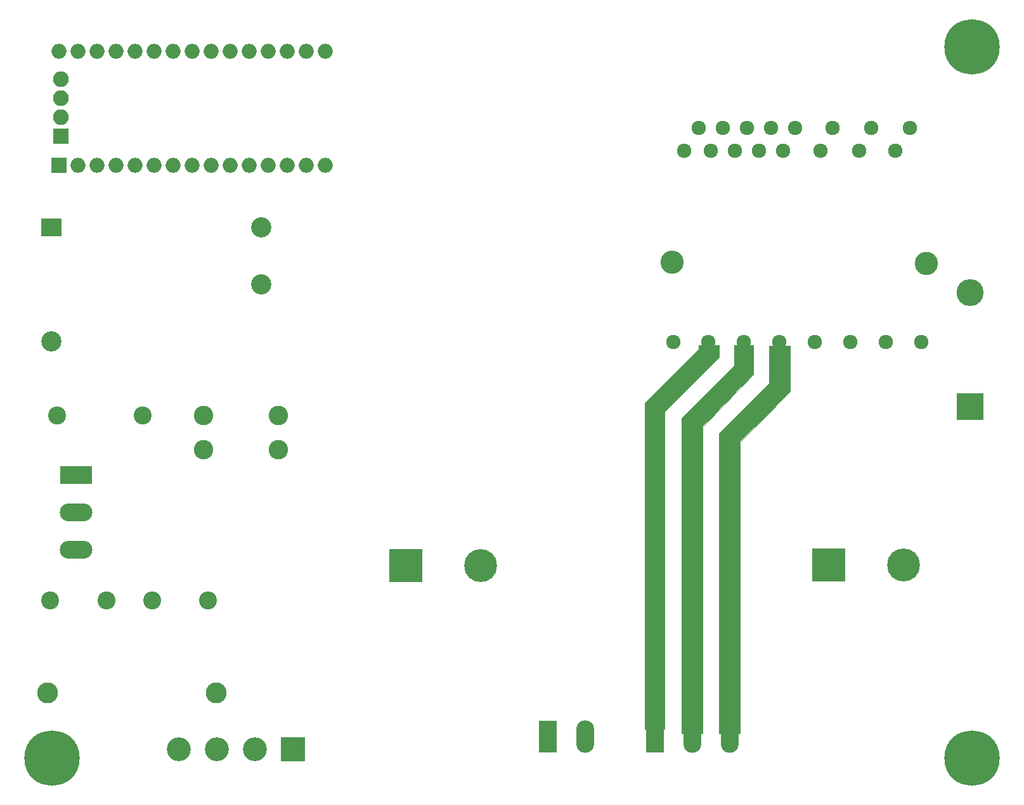
<source format=gbr>
G04 #@! TF.GenerationSoftware,KiCad,Pcbnew,(5.1.2)-2*
G04 #@! TF.CreationDate,2019-08-01T21:41:24-03:00*
G04 #@! TF.ProjectId,Frequency_Inverter,46726571-7565-46e6-9379-5f496e766572,rev?*
G04 #@! TF.SameCoordinates,Original*
G04 #@! TF.FileFunction,Soldermask,Bot*
G04 #@! TF.FilePolarity,Negative*
%FSLAX46Y46*%
G04 Gerber Fmt 4.6, Leading zero omitted, Abs format (unit mm)*
G04 Created by KiCad (PCBNEW (5.1.2)-2) date 2019-08-01 21:41:24*
%MOMM*%
%LPD*%
G04 APERTURE LIST*
%ADD10C,0.100000*%
%ADD11R,2.000000X2.000000*%
%ADD12O,2.000000X2.000000*%
%ADD13O,2.100000X2.100000*%
%ADD14R,2.100000X2.100000*%
%ADD15C,3.100000*%
%ADD16C,2.700000*%
%ADD17R,2.700000X2.400000*%
%ADD18C,2.400000*%
%ADD19C,2.800000*%
%ADD20R,4.400000X4.400000*%
%ADD21C,4.400000*%
%ADD22C,3.200000*%
%ADD23R,3.200000X3.200000*%
%ADD24O,3.600000X3.600000*%
%ADD25R,3.600000X3.600000*%
%ADD26C,2.600000*%
%ADD27O,4.360000X2.380000*%
%ADD28R,4.360000X2.380000*%
%ADD29R,2.380000X4.360000*%
%ADD30O,2.380000X4.360000*%
%ADD31C,1.924000*%
%ADD32C,1.200000*%
%ADD33C,7.400000*%
G04 APERTURE END LIST*
D10*
G36*
X178816000Y-96012000D02*
G01*
X172085000Y-102743000D01*
X172085000Y-141732000D01*
X169291000Y-141732000D01*
X169291000Y-101600000D01*
X176022000Y-94869000D01*
X176022000Y-89916000D01*
X178816000Y-89916000D01*
X178816000Y-96012000D01*
G37*
X178816000Y-96012000D02*
X172085000Y-102743000D01*
X172085000Y-141732000D01*
X169291000Y-141732000D01*
X169291000Y-101600000D01*
X176022000Y-94869000D01*
X176022000Y-89916000D01*
X178816000Y-89916000D01*
X178816000Y-96012000D01*
G36*
X173863000Y-93726000D02*
G01*
X167132000Y-100711000D01*
X167132000Y-141732000D01*
X164338000Y-141732000D01*
X164338000Y-99568000D01*
X171323000Y-92583000D01*
X171323000Y-89789000D01*
X173863000Y-89789000D01*
X173863000Y-93726000D01*
G37*
X173863000Y-93726000D02*
X167132000Y-100711000D01*
X167132000Y-141732000D01*
X164338000Y-141732000D01*
X164338000Y-99568000D01*
X171323000Y-92583000D01*
X171323000Y-89789000D01*
X173863000Y-89789000D01*
X173863000Y-93726000D01*
G36*
X169291000Y-91440000D02*
G01*
X162052000Y-98679000D01*
X162052000Y-141097000D01*
X159385000Y-141097000D01*
X159385000Y-97536000D01*
X166624000Y-90297000D01*
X166624000Y-89789000D01*
X169291000Y-89789000D01*
X169291000Y-91440000D01*
G37*
X169291000Y-91440000D02*
X162052000Y-98679000D01*
X162052000Y-141097000D01*
X159385000Y-141097000D01*
X159385000Y-97536000D01*
X166624000Y-90297000D01*
X166624000Y-89789000D01*
X169291000Y-89789000D01*
X169291000Y-91440000D01*
D11*
X81153000Y-65773300D03*
D12*
X114173000Y-50533300D03*
X83693000Y-65773300D03*
X111633000Y-50533300D03*
X86233000Y-65773300D03*
X109093000Y-50533300D03*
X88773000Y-65773300D03*
X106553000Y-50533300D03*
X91313000Y-65773300D03*
X104013000Y-50533300D03*
X93853000Y-65773300D03*
X101473000Y-50533300D03*
X96393000Y-65773300D03*
X98933000Y-50533300D03*
X98933000Y-65773300D03*
X96393000Y-50533300D03*
X101473000Y-65773300D03*
X93853000Y-50533300D03*
X104013000Y-65773300D03*
X91313000Y-50533300D03*
X106553000Y-65773300D03*
X88773000Y-50533300D03*
X109093000Y-65773300D03*
X86233000Y-50533300D03*
X111633000Y-65773300D03*
X83693000Y-50533300D03*
X114173000Y-65773300D03*
X81153000Y-50533300D03*
X116713000Y-65773300D03*
X116713000Y-50533300D03*
D13*
X81407000Y-54229000D03*
X81407000Y-56769000D03*
X81407000Y-59309000D03*
D14*
X81407000Y-61849000D03*
D15*
X196977000Y-78867000D03*
X163068000Y-78740000D03*
D16*
X108162400Y-74104500D03*
D17*
X80162400Y-74104500D03*
D16*
X80162400Y-89304500D03*
X108162400Y-81704500D03*
D18*
X101117400Y-123952000D03*
X93617400Y-123952000D03*
D19*
X102158800Y-136309100D03*
X79658800Y-136309100D03*
D18*
X80028400Y-123952000D03*
X87528400Y-123952000D03*
D20*
X127457200Y-119265700D03*
D21*
X137457200Y-119265700D03*
X193997600Y-119202200D03*
D20*
X183997600Y-119202200D03*
D22*
X97155000Y-143840200D03*
X102235000Y-143840200D03*
X107315000Y-143840200D03*
D23*
X112395000Y-143840200D03*
D24*
X202831700Y-82829400D03*
D25*
X202831700Y-98069400D03*
D18*
X92354400Y-99250500D03*
X80954400Y-99250500D03*
D26*
X110457000Y-103759000D03*
X110457000Y-99259000D03*
X100457000Y-99259000D03*
X100457000Y-103759000D03*
D27*
X83489800Y-117188000D03*
X83489800Y-112188000D03*
D28*
X83489800Y-107188000D03*
D29*
X146431000Y-142113000D03*
D30*
X151431000Y-142113000D03*
D29*
X160782000Y-142113000D03*
D30*
X165782000Y-142113000D03*
X170782000Y-142113000D03*
D31*
X184442800Y-60820300D03*
X182842800Y-63820300D03*
X164642800Y-63820300D03*
X166642800Y-60820300D03*
X168242800Y-63820300D03*
X169842800Y-60820300D03*
X171442800Y-63820300D03*
X173042800Y-60820300D03*
X174642800Y-63820300D03*
X176242800Y-60820300D03*
X177842800Y-63820300D03*
X179442800Y-60820300D03*
X194842800Y-60820300D03*
X192842800Y-63820300D03*
X189642800Y-60820300D03*
X188042800Y-63820300D03*
X163187800Y-89420300D03*
X167917800Y-89420300D03*
X172647800Y-89420300D03*
X177377800Y-89420300D03*
X182107800Y-89420300D03*
X186837800Y-89420300D03*
X191567800Y-89420300D03*
X196352800Y-89420300D03*
D32*
X82120155Y-143177845D03*
X80264000Y-142409000D03*
X78407845Y-143177845D03*
X77639000Y-145034000D03*
X78407845Y-146890155D03*
X80264000Y-147659000D03*
X82120155Y-146890155D03*
X82889000Y-145034000D03*
D33*
X80264000Y-145034000D03*
D32*
X204929155Y-143177845D03*
X203073000Y-142409000D03*
X201216845Y-143177845D03*
X200448000Y-145034000D03*
X201216845Y-146890155D03*
X203073000Y-147659000D03*
X204929155Y-146890155D03*
X205698000Y-145034000D03*
D33*
X203073000Y-145034000D03*
D32*
X204929155Y-48054845D03*
X203073000Y-47286000D03*
X201216845Y-48054845D03*
X200448000Y-49911000D03*
X201216845Y-51767155D03*
X203073000Y-52536000D03*
X204929155Y-51767155D03*
X205698000Y-49911000D03*
D33*
X203073000Y-49911000D03*
M02*

</source>
